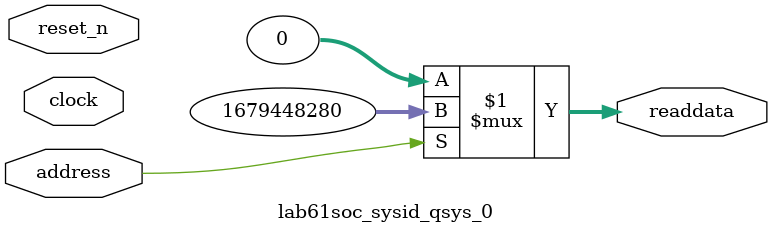
<source format=v>



// synthesis translate_off
`timescale 1ns / 1ps
// synthesis translate_on

// turn off superfluous verilog processor warnings 
// altera message_level Level1 
// altera message_off 10034 10035 10036 10037 10230 10240 10030 

module lab61soc_sysid_qsys_0 (
               // inputs:
                address,
                clock,
                reset_n,

               // outputs:
                readdata
             )
;

  output  [ 31: 0] readdata;
  input            address;
  input            clock;
  input            reset_n;

  wire    [ 31: 0] readdata;
  //control_slave, which is an e_avalon_slave
  assign readdata = address ? 1679448280 : 0;

endmodule



</source>
